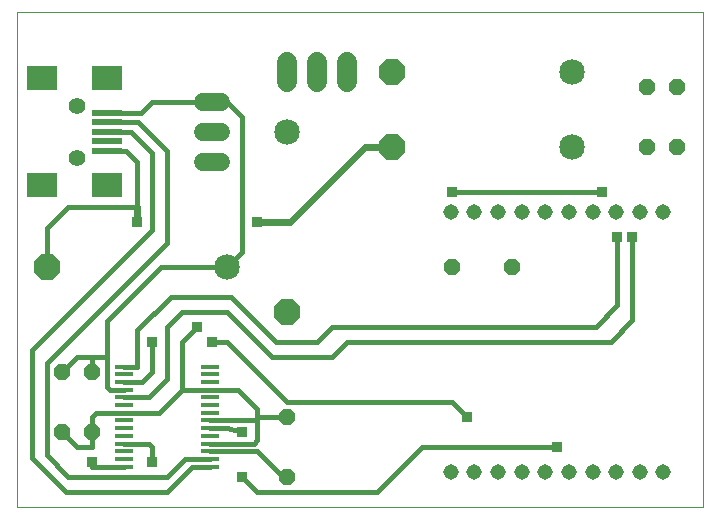
<source format=gtl>
G75*
G70*
%OFA0B0*%
%FSLAX24Y24*%
%IPPOS*%
%LPD*%
%AMOC8*
5,1,8,0,0,1.08239X$1,22.5*
%
%ADD10C,0.0000*%
%ADD11C,0.0515*%
%ADD12R,0.0591X0.0157*%
%ADD13C,0.0600*%
%ADD14OC8,0.0520*%
%ADD15C,0.0660*%
%ADD16C,0.0850*%
%ADD17OC8,0.0850*%
%ADD18R,0.0984X0.0197*%
%ADD19R,0.0984X0.0787*%
%ADD20C,0.0554*%
%ADD21C,0.0160*%
%ADD22R,0.0360X0.0360*%
%ADD23C,0.0240*%
D10*
X000474Y000101D02*
X000474Y016597D01*
X023344Y016597D01*
X023344Y000101D01*
X000474Y000101D01*
D11*
X014930Y001270D03*
X015718Y001270D03*
X016505Y001270D03*
X017293Y001270D03*
X018080Y001270D03*
X018867Y001270D03*
X019655Y001270D03*
X020442Y001270D03*
X021230Y001270D03*
X022017Y001270D03*
X022017Y009931D03*
X021230Y009931D03*
X020442Y009931D03*
X019655Y009931D03*
X018867Y009931D03*
X018080Y009931D03*
X017293Y009931D03*
X016505Y009931D03*
X015718Y009931D03*
X014930Y009931D03*
D12*
X006901Y004764D03*
X006901Y004508D03*
X006901Y004252D03*
X006901Y003996D03*
X006901Y003741D03*
X006901Y003485D03*
X006901Y003229D03*
X006901Y002973D03*
X006901Y002717D03*
X006901Y002461D03*
X006901Y002205D03*
X006901Y001949D03*
X006901Y001693D03*
X006901Y001437D03*
X004047Y001437D03*
X004047Y001693D03*
X004047Y001949D03*
X004047Y002205D03*
X004047Y002461D03*
X004047Y002717D03*
X004047Y002973D03*
X004047Y003229D03*
X004047Y003485D03*
X004047Y003741D03*
X004047Y003996D03*
X004047Y004252D03*
X004047Y004508D03*
X004047Y004764D03*
D13*
X006674Y011601D02*
X007274Y011601D01*
X007274Y012601D02*
X006674Y012601D01*
X006674Y013601D02*
X007274Y013601D01*
D14*
X014974Y008101D03*
X016974Y008101D03*
X021474Y012101D03*
X022474Y012101D03*
X022474Y014101D03*
X021474Y014101D03*
X009474Y003101D03*
X009474Y001101D03*
X002974Y002601D03*
X001974Y002601D03*
X001974Y004601D03*
X002974Y004601D03*
D15*
X009474Y014271D02*
X009474Y014931D01*
X010474Y014931D02*
X010474Y014271D01*
X011474Y014271D02*
X011474Y014931D01*
D16*
X009474Y012601D03*
X007474Y008101D03*
X018974Y012101D03*
X018974Y014601D03*
D17*
X012974Y014601D03*
X012974Y012101D03*
X009474Y006601D03*
X001474Y008101D03*
D18*
X003458Y011971D03*
X003458Y012286D03*
X003458Y012601D03*
X003458Y012916D03*
X003458Y013231D03*
D19*
X003458Y014372D03*
X001293Y014372D03*
X001293Y010829D03*
X003458Y010829D03*
D20*
X002474Y011735D03*
X002474Y013467D03*
D21*
X003458Y013231D02*
X004604Y013231D01*
X004974Y013601D01*
X006974Y013601D01*
X007474Y013601D01*
X007974Y013101D01*
X007974Y008601D01*
X007474Y008101D01*
X005276Y008101D01*
X003474Y006298D01*
X003474Y005101D01*
X002974Y005101D01*
X002974Y004601D01*
X002974Y005101D02*
X002474Y005101D01*
X001974Y004601D01*
X001474Y004894D02*
X001474Y001808D01*
X002181Y001101D01*
X005474Y001101D01*
X006066Y001693D01*
X006901Y001693D01*
X006901Y001949D02*
X008474Y001949D01*
X009322Y001101D01*
X009474Y001101D01*
X008474Y000601D02*
X012474Y000601D01*
X013974Y002101D01*
X018474Y002101D01*
X015474Y003101D02*
X014974Y003601D01*
X009474Y003601D01*
X007474Y005601D01*
X006974Y005601D01*
X006474Y006101D02*
X005974Y005601D01*
X005974Y003996D01*
X006901Y003996D01*
X007836Y003996D01*
X008474Y003359D01*
X008474Y003101D01*
X009474Y003101D01*
X008474Y003101D02*
X008474Y002973D01*
X008474Y002309D01*
X008369Y002205D01*
X006901Y002205D01*
X006901Y002717D02*
X007474Y002717D01*
X007974Y002601D01*
X008474Y002973D02*
X006901Y002973D01*
X005974Y003996D02*
X005206Y003229D01*
X004047Y003229D01*
X003102Y003229D01*
X002974Y003101D01*
X002974Y002601D01*
X002974Y002101D01*
X002474Y002101D01*
X001974Y002601D01*
X000974Y001719D02*
X000974Y005308D01*
X004974Y009308D01*
X004974Y011894D01*
X004267Y012601D01*
X003458Y012601D01*
X003458Y012916D02*
X004518Y012916D01*
X005474Y011960D01*
X005474Y008894D01*
X001474Y004894D01*
X003474Y005101D02*
X003474Y004101D01*
X003578Y003996D01*
X004047Y003996D01*
X004047Y003741D02*
X004857Y003741D01*
X005474Y004357D01*
X005474Y006101D01*
X005974Y006601D01*
X007474Y006601D01*
X008974Y005101D01*
X010974Y005101D01*
X011474Y005601D01*
X020267Y005601D01*
X020974Y006308D01*
X020974Y009101D01*
X020474Y009101D02*
X020474Y006808D01*
X019767Y006101D01*
X010974Y006101D01*
X010474Y005601D01*
X009092Y005601D01*
X007592Y007101D01*
X005592Y007101D01*
X004474Y005983D01*
X004474Y004764D01*
X004047Y004764D01*
X004047Y004252D02*
X004625Y004252D01*
X004974Y004601D01*
X004974Y005601D01*
X001474Y008101D02*
X001474Y009394D01*
X002181Y010101D01*
X004474Y010101D01*
X004474Y011601D01*
X004104Y011971D01*
X003458Y011971D01*
X014974Y010601D02*
X019974Y010601D01*
X006901Y001437D02*
X006310Y001437D01*
X005474Y000601D01*
X002092Y000601D01*
X000974Y001719D01*
X002974Y001601D02*
X002974Y001437D01*
X004047Y001437D01*
X004974Y001601D02*
X004974Y002101D01*
X004869Y002205D01*
X004047Y002205D01*
X007974Y001101D02*
X008474Y000601D01*
D22*
X007974Y001101D03*
X007974Y002601D03*
X004974Y001601D03*
X002974Y001601D03*
X004974Y005601D03*
X006474Y006101D03*
X006974Y005601D03*
X008474Y009601D03*
X004474Y009601D03*
X014974Y010601D03*
X019974Y010601D03*
X020474Y009101D03*
X020974Y009101D03*
X015474Y003101D03*
X018474Y002101D03*
D23*
X009559Y009601D02*
X008474Y009601D01*
X009559Y009601D02*
X012059Y012101D01*
X012974Y012101D01*
X004474Y010101D02*
X004474Y009601D01*
M02*

</source>
